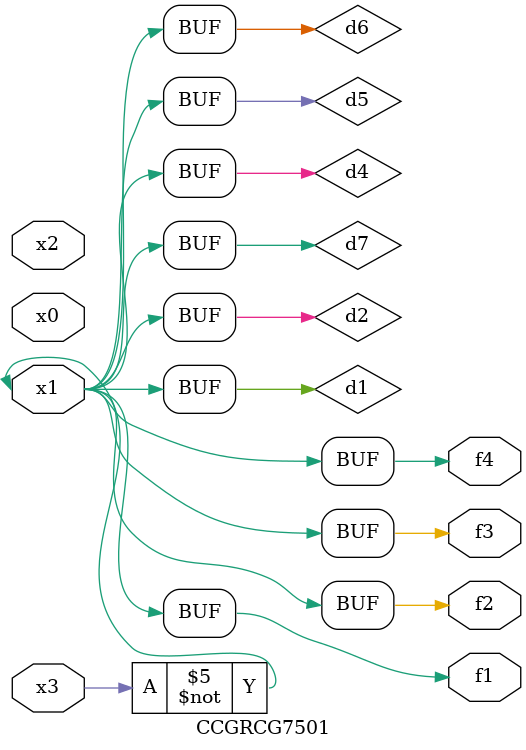
<source format=v>
module CCGRCG7501(
	input x0, x1, x2, x3,
	output f1, f2, f3, f4
);

	wire d1, d2, d3, d4, d5, d6, d7;

	not (d1, x3);
	buf (d2, x1);
	xnor (d3, d1, d2);
	nor (d4, d1);
	buf (d5, d1, d2);
	buf (d6, d4, d5);
	nand (d7, d4);
	assign f1 = d6;
	assign f2 = d7;
	assign f3 = d6;
	assign f4 = d6;
endmodule

</source>
